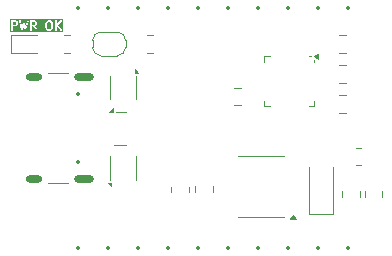
<source format=gbr>
%TF.GenerationSoftware,KiCad,Pcbnew,8.0.2*%
%TF.CreationDate,2025-03-04T21:54:33+01:00*%
%TF.ProjectId,USB-C_PD_Module,5553422d-435f-4504-945f-4d6f64756c65,rev?*%
%TF.SameCoordinates,Original*%
%TF.FileFunction,Legend,Top*%
%TF.FilePolarity,Positive*%
%FSLAX46Y46*%
G04 Gerber Fmt 4.6, Leading zero omitted, Abs format (unit mm)*
G04 Created by KiCad (PCBNEW 8.0.2) date 2025-03-04 21:54:33*
%MOMM*%
%LPD*%
G01*
G04 APERTURE LIST*
%ADD10C,0.150000*%
%ADD11C,0.120000*%
%ADD12C,0.350000*%
%ADD13O,1.700000X0.600000*%
%ADD14O,1.400000X0.600000*%
G04 APERTURE END LIST*
D10*
G36*
X144684254Y-100578864D02*
G01*
X144734045Y-100627430D01*
X144762737Y-100738000D01*
X144763996Y-100969344D01*
X144735694Y-101086994D01*
X144688861Y-101135009D01*
X144643212Y-101158710D01*
X144535713Y-101159694D01*
X144491171Y-101138265D01*
X144441379Y-101089699D01*
X144412688Y-100979129D01*
X144411429Y-100747784D01*
X144439731Y-100630135D01*
X144486564Y-100582120D01*
X144532213Y-100558419D01*
X144639711Y-100557435D01*
X144684254Y-100578864D01*
G37*
G36*
X143363089Y-100578991D02*
G01*
X143382420Y-100597485D01*
X143405758Y-100642435D01*
X143406609Y-100714320D01*
X143385142Y-100758941D01*
X143366646Y-100778275D01*
X143321917Y-100801497D01*
X143231723Y-100801930D01*
X143228944Y-100801440D01*
X143226619Y-100801955D01*
X143126185Y-100802436D01*
X143125725Y-100558211D01*
X143317977Y-100557288D01*
X143363089Y-100578991D01*
G37*
G36*
X141755946Y-100578991D02*
G01*
X141775277Y-100597485D01*
X141798615Y-100642435D01*
X141799466Y-100714320D01*
X141777999Y-100758941D01*
X141759503Y-100778275D01*
X141714774Y-100801497D01*
X141519042Y-100802436D01*
X141518582Y-100558211D01*
X141710834Y-100557288D01*
X141755946Y-100578991D01*
G37*
G36*
X145745934Y-101391898D02*
G01*
X141286522Y-101391898D01*
X141286522Y-100483565D01*
X141369855Y-100483565D01*
X141371296Y-101248197D01*
X141382495Y-101275233D01*
X141403187Y-101295925D01*
X141430223Y-101307124D01*
X141459487Y-101307124D01*
X141486523Y-101295925D01*
X141507215Y-101275233D01*
X141518414Y-101248197D01*
X141519855Y-101233565D01*
X141519322Y-100951064D01*
X141719009Y-100950106D01*
X141721188Y-100950833D01*
X141732308Y-100950042D01*
X141745201Y-100949981D01*
X141747690Y-100948949D01*
X141750378Y-100948759D01*
X141764110Y-100943504D01*
X141835383Y-100906499D01*
X141843667Y-100903068D01*
X141846550Y-100900701D01*
X141847982Y-100899958D01*
X141849280Y-100898460D01*
X141855032Y-100893740D01*
X141890978Y-100856165D01*
X141896962Y-100850977D01*
X141898921Y-100847863D01*
X141900073Y-100846660D01*
X141900830Y-100844830D01*
X141904794Y-100838534D01*
X141934747Y-100776271D01*
X141935786Y-100775233D01*
X141939125Y-100767171D01*
X141945763Y-100753374D01*
X141945953Y-100750686D01*
X141946985Y-100748197D01*
X141948426Y-100733565D01*
X141947288Y-100637448D01*
X141947837Y-100635803D01*
X141947155Y-100626213D01*
X141946985Y-100611790D01*
X141945953Y-100609300D01*
X141945763Y-100606613D01*
X141940508Y-100592882D01*
X141903502Y-100521605D01*
X141900072Y-100513325D01*
X141897706Y-100510442D01*
X141896962Y-100509009D01*
X141895463Y-100507709D01*
X141890745Y-100501960D01*
X141874449Y-100486369D01*
X142048478Y-100486369D01*
X142050466Y-100500937D01*
X142229615Y-101247281D01*
X142231007Y-101257758D01*
X142232924Y-101261070D01*
X142233829Y-101264837D01*
X142240211Y-101273657D01*
X142245669Y-101283083D01*
X142248726Y-101285423D01*
X142250985Y-101288544D01*
X142260263Y-101294253D01*
X142268907Y-101300870D01*
X142272625Y-101301861D01*
X142275907Y-101303881D01*
X142286667Y-101305605D01*
X142297183Y-101308410D01*
X142300997Y-101307903D01*
X142304802Y-101308513D01*
X142315400Y-101305989D01*
X142326191Y-101304556D01*
X142329522Y-101302627D01*
X142333270Y-101301735D01*
X142342094Y-101295348D01*
X142351516Y-101289894D01*
X142353856Y-101286836D01*
X142356977Y-101284578D01*
X142362684Y-101275302D01*
X142369303Y-101266656D01*
X142371328Y-101261256D01*
X142372313Y-101259656D01*
X142372600Y-101257864D01*
X142374466Y-101252890D01*
X142444858Y-100986205D01*
X142515743Y-101249345D01*
X142517397Y-101259656D01*
X142519396Y-101262905D01*
X142520407Y-101266656D01*
X142527023Y-101275300D01*
X142532733Y-101284578D01*
X142535855Y-101286837D01*
X142538194Y-101289893D01*
X142547608Y-101295343D01*
X142556440Y-101301735D01*
X142560190Y-101302627D01*
X142563519Y-101304555D01*
X142574303Y-101305988D01*
X142584908Y-101308513D01*
X142588712Y-101307903D01*
X142592527Y-101308410D01*
X142603048Y-101305604D01*
X142613803Y-101303880D01*
X142617082Y-101301862D01*
X142620803Y-101300870D01*
X142629449Y-101294251D01*
X142638725Y-101288544D01*
X142640983Y-101285423D01*
X142644041Y-101283083D01*
X142649495Y-101273661D01*
X142655882Y-101264837D01*
X142657760Y-101259386D01*
X142658703Y-101257758D01*
X142658942Y-101255956D01*
X142660672Y-101250937D01*
X142841232Y-100486368D01*
X142840783Y-100483565D01*
X142976998Y-100483565D01*
X142978439Y-101248197D01*
X142989638Y-101275233D01*
X143010330Y-101295925D01*
X143037366Y-101307124D01*
X143066630Y-101307124D01*
X143093666Y-101295925D01*
X143114358Y-101275233D01*
X143125557Y-101248197D01*
X143126998Y-101233565D01*
X143126465Y-100951064D01*
X143191202Y-100950754D01*
X143428698Y-101287736D01*
X143453377Y-101303462D01*
X143482195Y-101308548D01*
X143510766Y-101302218D01*
X143534740Y-101285436D01*
X143550466Y-101260758D01*
X143555552Y-101231940D01*
X143549222Y-101203369D01*
X143542012Y-101190556D01*
X143368608Y-100944515D01*
X143371253Y-100943504D01*
X143442526Y-100906499D01*
X143450810Y-100903068D01*
X143453693Y-100900701D01*
X143455125Y-100899958D01*
X143456423Y-100898460D01*
X143462175Y-100893740D01*
X143498121Y-100856165D01*
X143504105Y-100850977D01*
X143506064Y-100847863D01*
X143507216Y-100846660D01*
X143507973Y-100844830D01*
X143511937Y-100838534D01*
X143541890Y-100776271D01*
X143542929Y-100775233D01*
X143546268Y-100767171D01*
X143552906Y-100753374D01*
X143553096Y-100750686D01*
X143554128Y-100748197D01*
X143555569Y-100733565D01*
X144262713Y-100733565D01*
X144264048Y-100978832D01*
X144262802Y-100987210D01*
X144264143Y-100996286D01*
X144264154Y-100998197D01*
X144264577Y-100999218D01*
X144264952Y-101001755D01*
X144299868Y-101136317D01*
X144299868Y-101141053D01*
X144303157Y-101148994D01*
X144305613Y-101158458D01*
X144308933Y-101162939D01*
X144311067Y-101168090D01*
X144320394Y-101179455D01*
X144392687Y-101249970D01*
X144398872Y-101257101D01*
X144402048Y-101259100D01*
X144403188Y-101260212D01*
X144405020Y-101260970D01*
X144411315Y-101264933D01*
X144473577Y-101294886D01*
X144474616Y-101295925D01*
X144482677Y-101299264D01*
X144496475Y-101305902D01*
X144499162Y-101306092D01*
X144501652Y-101307124D01*
X144516284Y-101308565D01*
X144647913Y-101307360D01*
X144649760Y-101307976D01*
X144659974Y-101307250D01*
X144673773Y-101307124D01*
X144676262Y-101306092D01*
X144678950Y-101305902D01*
X144692682Y-101300647D01*
X144763958Y-101263640D01*
X144772238Y-101260211D01*
X144775120Y-101257845D01*
X144776554Y-101257101D01*
X144777853Y-101255602D01*
X144783603Y-101250884D01*
X144848602Y-101184243D01*
X144852390Y-101181971D01*
X144857355Y-101175268D01*
X144864359Y-101168089D01*
X144866492Y-101162938D01*
X144869812Y-101158458D01*
X144874759Y-101144613D01*
X144908195Y-101005624D01*
X144911272Y-100998197D01*
X144912166Y-100989118D01*
X144912625Y-100987211D01*
X144912461Y-100986114D01*
X144912713Y-100983565D01*
X144911377Y-100738301D01*
X144912625Y-100729919D01*
X144911282Y-100720840D01*
X144911272Y-100718933D01*
X144910849Y-100717912D01*
X144910474Y-100715375D01*
X144875557Y-100580812D01*
X144875557Y-100576077D01*
X144872267Y-100568134D01*
X144869812Y-100558672D01*
X144866492Y-100554191D01*
X144864359Y-100549041D01*
X144855031Y-100537675D01*
X144799556Y-100483565D01*
X145084141Y-100483565D01*
X145085582Y-101248197D01*
X145096781Y-101275233D01*
X145117473Y-101295925D01*
X145144509Y-101307124D01*
X145173773Y-101307124D01*
X145200809Y-101295925D01*
X145221501Y-101275233D01*
X145232700Y-101248197D01*
X145234141Y-101233565D01*
X145233594Y-100943648D01*
X145258238Y-100918889D01*
X145537644Y-101289406D01*
X145562824Y-101304315D01*
X145591793Y-101308453D01*
X145620141Y-101301191D01*
X145643553Y-101283633D01*
X145658462Y-101258452D01*
X145662601Y-101229483D01*
X145655338Y-101201135D01*
X145647712Y-101188565D01*
X145364128Y-100812507D01*
X145650073Y-100525233D01*
X145661271Y-100498196D01*
X145661271Y-100468933D01*
X145650073Y-100441897D01*
X145629380Y-100421204D01*
X145602344Y-100410006D01*
X145573081Y-100410006D01*
X145546044Y-100421204D01*
X145534679Y-100430532D01*
X145233198Y-100733415D01*
X145232700Y-100468933D01*
X145221501Y-100441897D01*
X145200809Y-100421205D01*
X145173773Y-100410006D01*
X145144509Y-100410006D01*
X145117473Y-100421205D01*
X145096781Y-100441897D01*
X145085582Y-100468933D01*
X145084141Y-100483565D01*
X144799556Y-100483565D01*
X144782743Y-100467166D01*
X144776554Y-100460029D01*
X144773375Y-100458028D01*
X144772238Y-100456919D01*
X144770410Y-100456161D01*
X144764111Y-100452197D01*
X144701847Y-100422243D01*
X144700809Y-100421205D01*
X144692748Y-100417866D01*
X144678950Y-100411228D01*
X144676262Y-100411037D01*
X144673773Y-100410006D01*
X144659141Y-100408565D01*
X144527511Y-100409769D01*
X144525665Y-100409154D01*
X144515450Y-100409879D01*
X144501652Y-100410006D01*
X144499162Y-100411037D01*
X144496475Y-100411228D01*
X144482743Y-100416483D01*
X144411472Y-100453486D01*
X144403188Y-100456918D01*
X144400302Y-100459286D01*
X144398872Y-100460029D01*
X144397573Y-100461525D01*
X144391823Y-100466246D01*
X144326823Y-100532886D01*
X144323035Y-100535159D01*
X144318068Y-100541861D01*
X144311067Y-100549040D01*
X144308933Y-100554190D01*
X144305613Y-100558672D01*
X144300666Y-100572518D01*
X144267233Y-100711499D01*
X144264154Y-100718933D01*
X144263259Y-100728019D01*
X144262802Y-100729920D01*
X144262964Y-100731011D01*
X144262713Y-100733565D01*
X143555569Y-100733565D01*
X143554431Y-100637448D01*
X143554980Y-100635803D01*
X143554298Y-100626213D01*
X143554128Y-100611790D01*
X143553096Y-100609300D01*
X143552906Y-100606613D01*
X143547651Y-100592882D01*
X143510645Y-100521605D01*
X143507215Y-100513325D01*
X143504849Y-100510442D01*
X143504105Y-100509009D01*
X143502606Y-100507709D01*
X143497888Y-100501960D01*
X143460315Y-100466013D01*
X143455125Y-100460029D01*
X143452010Y-100458068D01*
X143450809Y-100456919D01*
X143448981Y-100456161D01*
X143442682Y-100452197D01*
X143380418Y-100422243D01*
X143379380Y-100421205D01*
X143371319Y-100417866D01*
X143357521Y-100411228D01*
X143354833Y-100411037D01*
X143352344Y-100410006D01*
X143337712Y-100408565D01*
X143037366Y-100410006D01*
X143010330Y-100421205D01*
X142989638Y-100441897D01*
X142978439Y-100468933D01*
X142976998Y-100483565D01*
X142840783Y-100483565D01*
X142836599Y-100457474D01*
X142821263Y-100432552D01*
X142797556Y-100415395D01*
X142769088Y-100408617D01*
X142740193Y-100413249D01*
X142715271Y-100428586D01*
X142698115Y-100452293D01*
X142693324Y-100466193D01*
X142583706Y-100930358D01*
X142517100Y-100683099D01*
X142515846Y-100673658D01*
X142513435Y-100669494D01*
X142512160Y-100664760D01*
X142506144Y-100656900D01*
X142501184Y-100648333D01*
X142497326Y-100645379D01*
X142494373Y-100641522D01*
X142485805Y-100636561D01*
X142477946Y-100630546D01*
X142473253Y-100629294D01*
X142469048Y-100626860D01*
X142459232Y-100625555D01*
X142449670Y-100623006D01*
X142444855Y-100623645D01*
X142440040Y-100623006D01*
X142430472Y-100625557D01*
X142420662Y-100626861D01*
X142416459Y-100629293D01*
X142411764Y-100630546D01*
X142403899Y-100636565D01*
X142395337Y-100641523D01*
X142392385Y-100645378D01*
X142388526Y-100648333D01*
X142383564Y-100656902D01*
X142377550Y-100664760D01*
X142374854Y-100671946D01*
X142373864Y-100673658D01*
X142373672Y-100675099D01*
X142372387Y-100678527D01*
X142306141Y-100929498D01*
X142191596Y-100452293D01*
X142174439Y-100428586D01*
X142149517Y-100413250D01*
X142120622Y-100408617D01*
X142092154Y-100415395D01*
X142068447Y-100432552D01*
X142053111Y-100457474D01*
X142048478Y-100486369D01*
X141874449Y-100486369D01*
X141853172Y-100466013D01*
X141847982Y-100460029D01*
X141844867Y-100458068D01*
X141843666Y-100456919D01*
X141841838Y-100456161D01*
X141835539Y-100452197D01*
X141773275Y-100422243D01*
X141772237Y-100421205D01*
X141764176Y-100417866D01*
X141750378Y-100411228D01*
X141747690Y-100411037D01*
X141745201Y-100410006D01*
X141730569Y-100408565D01*
X141430223Y-100410006D01*
X141403187Y-100421205D01*
X141382495Y-100441897D01*
X141371296Y-100468933D01*
X141369855Y-100483565D01*
X141286522Y-100483565D01*
X141286522Y-100325232D01*
X145745934Y-100325232D01*
X145745934Y-101391898D01*
G37*
D11*
%TO.C,C1*%
X169160848Y-106763401D02*
X169683352Y-106763401D01*
X169160848Y-108233401D02*
X169683352Y-108233401D01*
%TO.C,U4*%
X162812100Y-103483401D02*
X163287100Y-103483401D01*
X162812100Y-103958401D02*
X162812100Y-103483401D01*
X162812100Y-107228401D02*
X162812100Y-107703401D01*
X162812100Y-107703401D02*
X163287100Y-107703401D01*
X166557100Y-103483401D02*
X166792100Y-103483401D01*
X167032100Y-103958401D02*
X167032100Y-103783401D01*
X167032100Y-107228401D02*
X167032100Y-107703401D01*
X167032100Y-107703401D02*
X166557100Y-107703401D01*
X167362100Y-103723401D02*
X167032100Y-103483401D01*
X167362100Y-103243401D01*
X167362100Y-103723401D01*
G36*
X167362100Y-103723401D02*
G01*
X167032100Y-103483401D01*
X167362100Y-103243401D01*
X167362100Y-103723401D01*
G37*
%TO.C,J1*%
X144504600Y-104860401D02*
X146204600Y-104860401D01*
X144504600Y-114200401D02*
X146204600Y-114200401D01*
%TO.C,C3*%
X169160848Y-104223401D02*
X169683352Y-104223401D01*
X169160848Y-105693401D02*
X169683352Y-105693401D01*
%TO.C,JP1*%
X148253100Y-102718401D02*
X148253100Y-102118401D01*
X148953100Y-101418401D02*
X150353100Y-101418401D01*
X150353100Y-103418401D02*
X148953100Y-103418401D01*
X151053100Y-102118401D02*
X151053100Y-102718401D01*
X148253100Y-102118401D02*
G75*
G02*
X148953100Y-101418401I699999J1D01*
G01*
X148953100Y-103418401D02*
G75*
G02*
X148253100Y-102718401I-1J699999D01*
G01*
X150353100Y-101418401D02*
G75*
G02*
X151053100Y-102118401I0J-700000D01*
G01*
X151053100Y-102718401D02*
G75*
G02*
X150353100Y-103418401I-700000J0D01*
G01*
%TO.C,D1*%
X166583600Y-116843401D02*
X166583600Y-112833401D01*
X166583600Y-116843401D02*
X168583600Y-116843401D01*
X168583600Y-116843401D02*
X168583600Y-112833401D01*
%TO.C,R2*%
X145870036Y-101683401D02*
X146324164Y-101683401D01*
X145870036Y-103153401D02*
X146324164Y-103153401D01*
%TO.C,C4*%
X160793352Y-106128401D02*
X160270848Y-106128401D01*
X160793352Y-107598401D02*
X160270848Y-107598401D01*
%TO.C,C2*%
X169160848Y-101683401D02*
X169683352Y-101683401D01*
X169160848Y-103153401D02*
X169683352Y-103153401D01*
%TO.C,Q1*%
X162503600Y-111923401D02*
X160553600Y-111923401D01*
X162503600Y-111923401D02*
X164453600Y-111923401D01*
X162503600Y-117043401D02*
X160553600Y-117043401D01*
X162503600Y-117043401D02*
X164453600Y-117043401D01*
X165443600Y-117278401D02*
X164963600Y-117278401D01*
X165203600Y-116948401D01*
X165443600Y-117278401D01*
G36*
X165443600Y-117278401D02*
G01*
X164963600Y-117278401D01*
X165203600Y-116948401D01*
X165443600Y-117278401D01*
G37*
%TO.C,R6*%
X171293600Y-114891337D02*
X171293600Y-115345465D01*
X172763600Y-114891337D02*
X172763600Y-115345465D01*
%TO.C,U2*%
X149709600Y-113928401D02*
X149709600Y-111928401D01*
X151929600Y-113928401D02*
X151929600Y-111928401D01*
X149809600Y-114448401D02*
X149529600Y-114168401D01*
X149809600Y-114168401D01*
X149809600Y-114448401D01*
G36*
X149809600Y-114448401D02*
G01*
X149529600Y-114168401D01*
X149809600Y-114168401D01*
X149809600Y-114448401D01*
G37*
%TO.C,D2*%
X141310100Y-101683401D02*
X141310100Y-103153401D01*
X141310100Y-103153401D02*
X143595100Y-103153401D01*
X143595100Y-101683401D02*
X141310100Y-101683401D01*
%TO.C,R3*%
X154910600Y-114964465D02*
X154910600Y-114510337D01*
X156380600Y-114964465D02*
X156380600Y-114510337D01*
%TO.C,C5*%
X156942600Y-114998653D02*
X156942600Y-114476149D01*
X158412600Y-114998653D02*
X158412600Y-114476149D01*
%TO.C,R5*%
X170531536Y-111208401D02*
X170985664Y-111208401D01*
X170531536Y-112678401D02*
X170985664Y-112678401D01*
%TO.C,U1*%
X151069600Y-108150401D02*
X150279600Y-108150401D01*
X151069600Y-110970401D02*
X150069600Y-110970401D01*
X149949600Y-108150401D02*
X149669600Y-108150401D01*
X149949600Y-107870401D01*
X149949600Y-108150401D01*
G36*
X149949600Y-108150401D02*
G01*
X149669600Y-108150401D01*
X149949600Y-107870401D01*
X149949600Y-108150401D01*
G37*
%TO.C,R1*%
X153332664Y-101683401D02*
X152878536Y-101683401D01*
X153332664Y-103153401D02*
X152878536Y-103153401D01*
%TO.C,R4*%
X169388600Y-115345465D02*
X169388600Y-114891337D01*
X170858600Y-115345465D02*
X170858600Y-114891337D01*
%TO.C,U3*%
X149709600Y-105101401D02*
X149709600Y-107101401D01*
X151929600Y-105101401D02*
X151929600Y-107101401D01*
X152109600Y-104861401D02*
X151829600Y-104861401D01*
X151829600Y-104581401D01*
X152109600Y-104861401D01*
G36*
X152109600Y-104861401D02*
G01*
X151829600Y-104861401D01*
X151829600Y-104581401D01*
X152109600Y-104861401D01*
G37*
%TD*%
D12*
X147009600Y-99370401D03*
X149549600Y-99370401D03*
X152089600Y-99370401D03*
X154629600Y-99370401D03*
X157169600Y-99370401D03*
X159709600Y-99370401D03*
X162249600Y-99370401D03*
X164789600Y-99370401D03*
X167329600Y-99370401D03*
X169869600Y-99370401D03*
X147009600Y-106640401D03*
X147009600Y-112420401D03*
D13*
X147509600Y-105210401D03*
D14*
X143329600Y-105210401D03*
D13*
X147509600Y-113850401D03*
D14*
X143329600Y-113850401D03*
D12*
X147014600Y-119690401D03*
X149554600Y-119690401D03*
X152094600Y-119690401D03*
X154634600Y-119690401D03*
X157174600Y-119690401D03*
X159714600Y-119690401D03*
X162254600Y-119690401D03*
X164794600Y-119690401D03*
X167334600Y-119690401D03*
X169874600Y-119690401D03*
M02*

</source>
